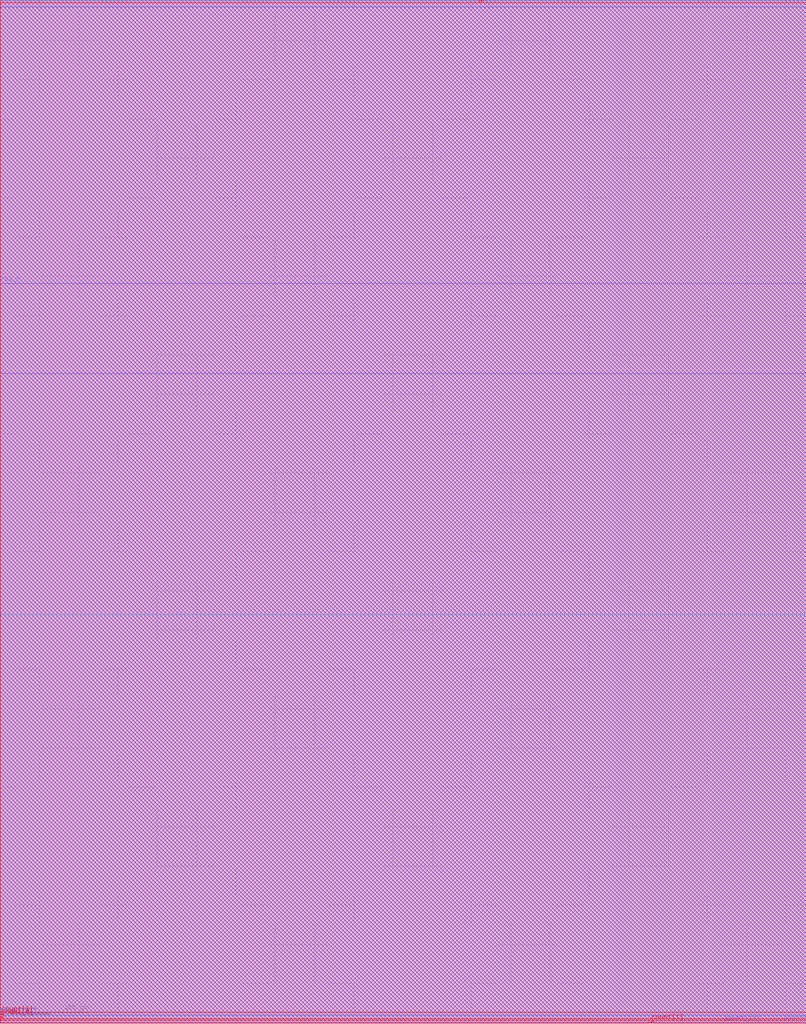
<source format=lef>
###############################################################
#  Generated by:      Cadence Innovus 25.11-s102_1
#  OS:                Linux x86_64(Host ID ece-rschsrv.ece.gatech.edu)
#  Generated on:      Sat Feb 14 12:56:17 2026
#  Design:            counter_16bit
#  Command:           write_lef_abstract ./output/counter_16bit.lef
###############################################################

VERSION 5.8 ;

BUSBITCHARS "[]" ;
DIVIDERCHAR "/" ;

MACRO counter_16bit
  CLASS BLOCK ;
  SIZE 1025.800000 BY 1301.800000 ;
  FOREIGN counter_16bit 0.000000 0.000000 ;
  ORIGIN 0 0 ;
  SYMMETRY X Y R90 ;
  PIN clk
    DIRECTION INPUT ;
    USE SIGNAL ;
    ANTENNAPARTIALMETALSIDEAREA 1.568 LAYER met2  ;
    ANTENNAPARTIALMETALAREA 0.3458 LAYER met2  ;
    ANTENNAPARTIALCUTAREA 0.04 LAYER via2  ;
    ANTENNAPARTIALMETALSIDEAREA 1.808 LAYER met3  ;
    ANTENNAPARTIALMETALAREA 0.2519 LAYER met3  ;
    ANTENNAPARTIALCUTAREA 0.04 LAYER via3  ;
    ANTENNAMODEL OXIDE1 ;
    ANTENNAMAXSIDEAREACAR 395.149 LAYER met4  ;
    ANTENNAMAXAREACAR 74.9911 LAYER met4  ;
    ANTENNAPARTIALMETALSIDEAREA 177.12 LAYER met4  ;
    ANTENNAPARTIALMETALAREA 32.4216 LAYER met4  ;
    ANTENNAGATEAREA 2.52 LAYER met4  ;
    PORT
      LAYER met2 ;
        RECT 0.000000 10.050000 0.485000 10.190000 ;
    END
  END clk
  PIN rst_n
    DIRECTION INPUT ;
    USE SIGNAL ;
    ANTENNAPARTIALMETALSIDEAREA 1.764 LAYER met2  ;
    ANTENNAPARTIALMETALAREA 0.385 LAYER met2  ;
    ANTENNAPARTIALCUTAREA 0.04 LAYER via2  ;
    ANTENNAMODEL OXIDE1 ;
    ANTENNAMAXSIDEAREACAR 349.902 LAYER met3  ;
    ANTENNAMAXAREACAR 66.8286 LAYER met3  ;
    ANTENNAPARTIALMETALSIDEAREA 53.36 LAYER met3  ;
    ANTENNAPARTIALMETALAREA 9.9168 LAYER met3  ;
    ANTENNAGATEAREA 0.1575 LAYER met3  ;
    PORT
      LAYER met2 ;
        RECT 0.000000 940.630000 0.485000 940.770000 ;
    END
  END rst_n
  PIN enable
    DIRECTION INPUT ;
    USE SIGNAL ;
    ANTENNAPARTIALMETALSIDEAREA 22.554 LAYER met2  ;
    ANTENNAPARTIALMETALAREA 4.543 LAYER met2  ;
    ANTENNAPARTIALCUTAREA 0.04 LAYER via2  ;
    ANTENNAMODEL OXIDE1 ;
    ANTENNAMAXSIDEAREACAR 409.094 LAYER met3  ;
    ANTENNAMAXAREACAR 79.407 LAYER met3  ;
    ANTENNAPARTIALMETALSIDEAREA 816.048 LAYER met3  ;
    ANTENNAPARTIALMETALAREA 152.569 LAYER met3  ;
    ANTENNAGATEAREA 2.93025 LAYER met3  ;
    PORT
      LAYER met2 ;
        RECT 569.870000 1301.315000 570.010000 1301.800000 ;
    END
  END enable
  PIN count[15]
    DIRECTION OUTPUT ;
    USE SIGNAL ;
    ANTENNAPARTIALMETALSIDEAREA 37.6985 LAYER met2  ;
    ANTENNAPARTIALMETALAREA 7.5849 LAYER met2  ;
    ANTENNADIFFAREA 0.5292 LAYER met2  ;
    PORT
      LAYER met2 ;
        RECT 1025.315000 826.550000 1025.800000 826.690000 ;
    END
  END count[15]
  PIN count[14]
    DIRECTION OUTPUT ;
    USE SIGNAL ;
    ANTENNAPARTIALMETALSIDEAREA 21.5985 LAYER met2  ;
    ANTENNAPARTIALMETALAREA 4.3649 LAYER met2  ;
    ANTENNADIFFAREA 1.0584 LAYER met2  ;
    PORT
      LAYER met2 ;
        RECT 921.310000 0.000000 921.450000 0.485000 ;
    END
  END count[14]
  PIN count[13]
    DIRECTION OUTPUT ;
    USE SIGNAL ;
    ANTENNAMODEL OXIDE1 ;
    ANTENNAMAXSIDEAREACAR 45.1975 LAYER met2  ;
    ANTENNAMAXAREACAR 9.60379 LAYER met2  ;
    ANTENNAPARTIALMETALSIDEAREA 23.8525 LAYER met2  ;
    ANTENNAPARTIALMETALAREA 4.8157 LAYER met2  ;
    ANTENNADIFFAREA 1.0584 LAYER met2  ;
    ANTENNAGATEAREA 0.567 LAYER met2  ;
    PORT
      LAYER met2 ;
        RECT 0.000000 9.590000 0.485000 9.730000 ;
    END
  END count[13]
  PIN count[12]
    DIRECTION OUTPUT ;
    USE SIGNAL ;
    ANTENNAPARTIALMETALSIDEAREA 51.032 LAYER met3  ;
    ANTENNAPARTIALMETALAREA 9.5694 LAYER met3  ;
    ANTENNADIFFAREA 0.5292 LAYER met3  ;
    PORT
      LAYER met3 ;
        RECT 0.000000 10.230000 0.800000 10.530000 ;
    END
  END count[12]
  PIN count[11]
    DIRECTION OUTPUT ;
    USE SIGNAL ;
    ANTENNAPARTIALMETALSIDEAREA 28.296 LAYER met3  ;
    ANTENNAPARTIALMETALAREA 5.3064 LAYER met3  ;
    ANTENNADIFFAREA 1.0584 LAYER met3  ;
    PORT
      LAYER met3 ;
        RECT 29.290000 1301.000000 29.590000 1301.800000 ;
    END
  END count[11]
  PIN count[10]
    DIRECTION OUTPUT ;
    USE SIGNAL ;
    ANTENNAPARTIALMETALSIDEAREA 311.096 LAYER met3  ;
    ANTENNAPARTIALMETALAREA 58.3314 LAYER met3  ;
    ANTENNADIFFAREA 1.0584 LAYER met3  ;
    PORT
      LAYER met3 ;
        RECT 1025.000000 1292.450000 1025.800000 1292.750000 ;
    END
  END count[10]
  PIN count[9]
    DIRECTION OUTPUT ;
    USE SIGNAL ;
    ANTENNAPARTIALMETALSIDEAREA 266.984 LAYER met3  ;
    ANTENNAPARTIALMETALAREA 50.0604 LAYER met3  ;
    ANTENNADIFFAREA 1.0584 LAYER met3  ;
    PORT
      LAYER met3 ;
        RECT 996.670000 0.000000 996.970000 0.800000 ;
    END
  END count[9]
  PIN count[8]
    DIRECTION OUTPUT ;
    USE SIGNAL ;
    ANTENNAPARTIALMETALSIDEAREA 51.832 LAYER met3  ;
    ANTENNAPARTIALMETALAREA 9.7194 LAYER met3  ;
    ANTENNADIFFAREA 0.5292 LAYER met3  ;
    PORT
      LAYER met3 ;
        RECT 0.000000 9.620000 0.800000 9.920000 ;
    END
  END count[8]
  PIN count[7]
    DIRECTION OUTPUT ;
    USE SIGNAL ;
    ANTENNAPARTIALMETALSIDEAREA 75.8 LAYER met4  ;
    ANTENNAPARTIALMETALAREA 14.2134 LAYER met4  ;
    ANTENNADIFFAREA 0.5292 LAYER met4  ;
    PORT
      LAYER met4 ;
        RECT 0.000000 10.230000 0.800000 10.530000 ;
    END
  END count[7]
  PIN count[6]
    DIRECTION OUTPUT ;
    USE SIGNAL ;
    ANTENNAPARTIALMETALSIDEAREA 72.312 LAYER met4  ;
    ANTENNAPARTIALMETALAREA 13.5594 LAYER met4  ;
    ANTENNADIFFAREA 1.0584 LAYER met4  ;
    PORT
      LAYER met4 ;
        RECT 256.070000 1301.000000 256.370000 1301.800000 ;
    END
  END count[6]
  PIN count[5]
    DIRECTION OUTPUT ;
    USE SIGNAL ;
    ANTENNAPARTIALMETALSIDEAREA 197.912 LAYER met4  ;
    ANTENNAPARTIALMETALAREA 37.1094 LAYER met4  ;
    ANTENNADIFFAREA 1.0584 LAYER met4  ;
    PORT
      LAYER met4 ;
        RECT 1025.000000 519.580000 1025.800000 519.880000 ;
    END
  END count[5]
  PIN count[4]
    DIRECTION OUTPUT ;
    USE SIGNAL ;
    ANTENNAPARTIALMETALSIDEAREA 25.072 LAYER met4  ;
    ANTENNAPARTIALMETALAREA 4.7019 LAYER met4  ;
    ANTENNADIFFAREA 0.5292 LAYER met4  ;
    PORT
      LAYER met4 ;
        RECT 0.000000 9.620000 0.800000 9.920000 ;
    END
  END count[4]
  PIN count[3]
    DIRECTION OUTPUT ;
    USE SIGNAL ;
    ANTENNAPARTIALMETALSIDEAREA 14.544 LAYER met5  ;
    ANTENNAPARTIALMETALAREA 9.696 LAYER met5  ;
    ANTENNADIFFAREA 0.5292 LAYER met5  ;
    PORT
      LAYER met5 ;
        RECT 0.000000 10.800000 2.500000 12.400000 ;
    END
  END count[3]
  PIN count[2]
    DIRECTION OUTPUT ;
    USE SIGNAL ;
    ANTENNAPARTIALMETALSIDEAREA 105.156 LAYER met5  ;
    ANTENNAPARTIALMETALAREA 70.104 LAYER met5  ;
    ANTENNADIFFAREA 1.0584 LAYER met5  ;
    PORT
      LAYER met5 ;
        RECT 611.505000 1299.300000 613.105000 1301.800000 ;
    END
  END count[2]
  PIN count[1]
    DIRECTION OUTPUT ;
    USE SIGNAL ;
    ANTENNAPARTIALMETALSIDEAREA 6.192 LAYER met5  ;
    ANTENNAPARTIALMETALAREA 4.128 LAYER met5  ;
    ANTENNADIFFAREA 1.0584 LAYER met5  ;
    PORT
      LAYER met5 ;
        RECT 827.985000 0.000000 829.585000 2.500000 ;
    END
  END count[1]
  PIN count[0]
    DIRECTION OUTPUT ;
    USE SIGNAL ;
    ANTENNADIFFAREA 0.5292 LAYER met5  ;
    PORT
      LAYER met5 ;
        RECT 0.000000 7.140000 2.500000 8.740000 ;
    END
  END count[0]
  OBS
    LAYER met1 ;
      RECT 0.000000 0.000000 1025.800000 1301.800000 ;
    LAYER met2 ;
      RECT 570.150000 1301.175000 1025.800000 1301.800000 ;
      RECT 0.000000 1301.175000 569.730000 1301.800000 ;
      RECT 0.000000 940.910000 1025.800000 1301.175000 ;
      RECT 0.625000 940.490000 1025.800000 940.910000 ;
      RECT 0.000000 826.830000 1025.800000 940.490000 ;
      RECT 0.000000 826.410000 1025.175000 826.830000 ;
      RECT 0.000000 10.330000 1025.800000 826.410000 ;
      RECT 0.625000 9.910000 1025.800000 10.330000 ;
      RECT 0.000000 9.870000 1025.800000 9.910000 ;
      RECT 0.625000 9.450000 1025.800000 9.870000 ;
      RECT 0.000000 0.625000 1025.800000 9.450000 ;
      RECT 921.590000 0.000000 1025.800000 0.625000 ;
      RECT 0.000000 0.000000 921.170000 0.625000 ;
    LAYER met3 ;
      RECT 29.890000 1300.700000 1025.800000 1301.800000 ;
      RECT 0.000000 1300.700000 28.990000 1301.800000 ;
      RECT 0.000000 1293.050000 1025.800000 1300.700000 ;
      RECT 0.000000 1292.150000 1024.700000 1293.050000 ;
      RECT 0.000000 10.830000 1025.800000 1292.150000 ;
      RECT 1.100000 9.320000 1025.800000 10.830000 ;
      RECT 0.000000 1.100000 1025.800000 9.320000 ;
      RECT 997.270000 0.000000 1025.800000 1.100000 ;
      RECT 0.000000 0.000000 996.370000 1.100000 ;
    LAYER met4 ;
      RECT 256.670000 1300.700000 1025.800000 1301.800000 ;
      RECT 0.000000 1300.700000 255.770000 1301.800000 ;
      RECT 0.000000 520.180000 1025.800000 1300.700000 ;
      RECT 0.000000 519.280000 1024.700000 520.180000 ;
      RECT 0.000000 10.830000 1025.800000 519.280000 ;
      RECT 1.100000 9.320000 1025.800000 10.830000 ;
      RECT 0.000000 0.000000 1025.800000 9.320000 ;
    LAYER met5 ;
      RECT 614.705000 1297.700000 1025.800000 1301.800000 ;
      RECT 0.000000 1297.700000 609.905000 1301.800000 ;
      RECT 0.000000 14.000000 1025.800000 1297.700000 ;
      RECT 4.100000 5.540000 1025.800000 14.000000 ;
      RECT 0.000000 4.100000 1025.800000 5.540000 ;
      RECT 831.185000 0.000000 1025.800000 4.100000 ;
      RECT 0.000000 0.000000 826.385000 4.100000 ;
  END
END counter_16bit

END LIBRARY

</source>
